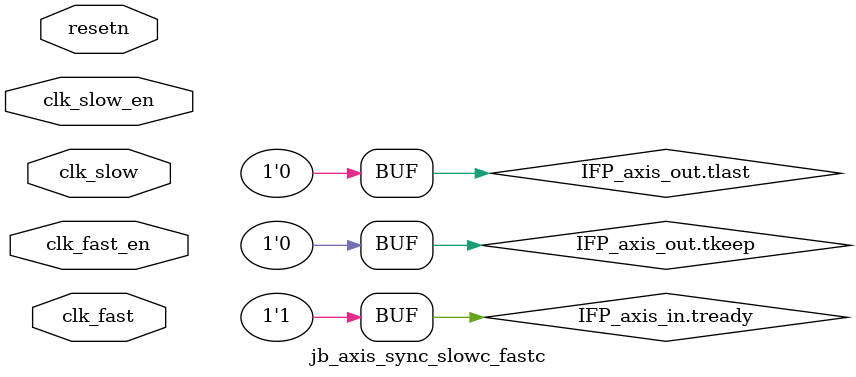
<source format=sv>

 module jb_axis_sync_slowc_fastc #(
      parameter  FAST_TO_SLOW_RATIO=4,
      parameter  FAST_TO_SLOW_RATIO_BW=2
   ) (
      input clk_slow_en,
      input clk_fast_en,
      input clk_slow,
      input clk_fast,
      input resetn,

      
      jb_axi4_stream_if.slave IFP_axis_in,

      
      jb_axi4_stream_if.master IFP_axis_out //{q,i}- cocatenated
      
      
      );

  
   
   logic    tvalid_d;
   logic [FAST_TO_SLOW_RATIO_BW-1:0] clk_fast_cntr;

   logic counter_en;   
   assign counter_en = clk_fast_en & IFP_axis_in.tvalid;
 
 jb_cntr #(
      .COUNT_WIDTH(FAST_TO_SLOW_RATIO_BW)
   ) u_jb_fast_cntr (
      .clk(clk_fast),
      .resetn(resetn),
      .enable (counter_en), //connect enable based on divide every 4 cycles
//      .enable (IFP_axis_in.tvalid), //connect enable based on divide every 4 cycles
      .max_value(FAST_TO_SLOW_RATIO-1),
      .cntr(clk_fast_cntr)
    );
   
   //assuming valid is coming from a flop
   always @(posedge clk_fast) begin
      if (!resetn) begin
	 tvalid_d <= 1'b0;
      end
      else if (clk_fast_en) begin
	 tvalid_d <= IFP_axis_in.tvalid & (clk_fast_cntr==0);//if we use max value, can add multi cycles to previous stage	 
      end
   end

   //since sync clocks no need of double sync stages
  
   always @(posedge clk_fast) begin 
   if (!resetn) begin
	 IFP_axis_out.tdata <= 1'b0;
     IFP_axis_out.tuser <= 0;
     IFP_axis_out.tvalid<=1'b0;   
     end
      else if (clk_fast_en) begin
       if (tvalid_d) begin
	    IFP_axis_out.tdata <=IFP_axis_in.tdata;
	    IFP_axis_out.tuser <= IFP_axis_in.tuser;
      end
      IFP_axis_out.tvalid<=tvalid_d;
     end
   end // always @ (posedge clk)
   assign IFP_axis_out.tkeep = 0;
   assign IFP_axis_out.tlast = 1'b0;
   assign IFP_axis_in.tready = 1'b1;

endmodule

</source>
